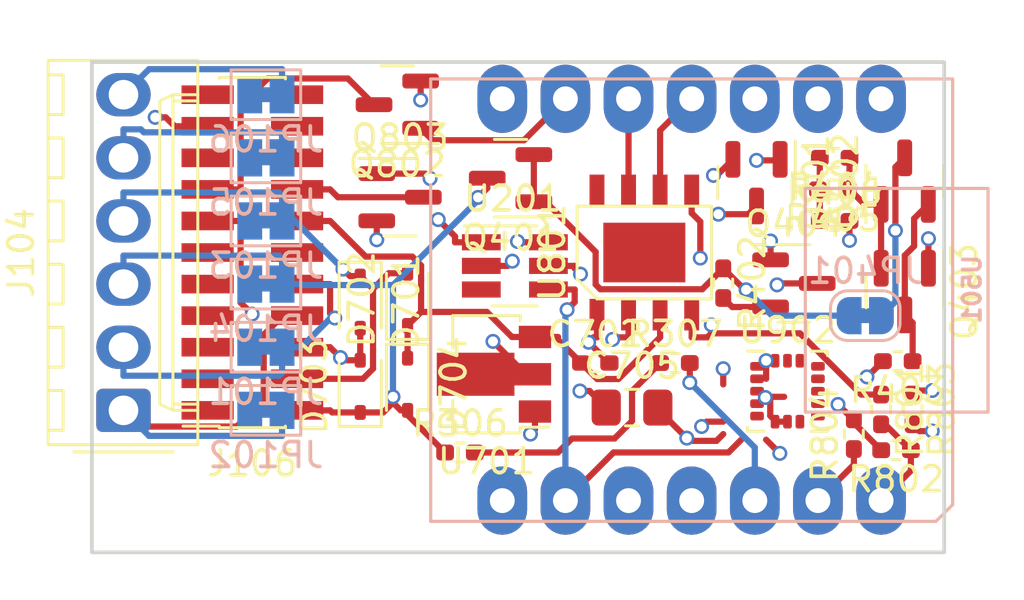
<source format=kicad_pcb>
(kicad_pcb (version 20231212) (generator "pcbnew") (generator_version "7.99")
  (title_block (date "mar. 31 mars 2015"))
  (layers (0 "F.Cu" signal) (1 "In1.Cu" mixed) (2 "In2.Cu" mixed) (31 "B.Cu" signal) (34 "B.Paste" user) (35 "F.Paste" user) (36 "B.SilkS" user "B.Silkscreen") (37 "F.SilkS" user "F.Silkscreen") (38 "B.Mask" user) (39 "F.Mask" user) (44 "Edge.Cuts" user))
  (net 0 "")
  (net 1 "/DCC0")
  (net 2 "GND")
  (net 3 "/DCC1")
  (net 4 "/Connectors 21mtc / PluXX / NEMA/AMP_AUX2")
  (net 5 "/Railcom-Feedback/RC_SIGNAL")
  (net 6 "/Railcom-Feedback/RC_FB_IN")
  (net 7 "/Connectors 21mtc / PluXX / NEMA/AMP_FUNC0")
  (net 8 "/Railcom-Feedback/RC_CURR")
  (net 9 "/Railcom-Feedback/RC_ON_OFF")
  (net 10 "/Connectors 21mtc / PluXX / NEMA/AMP_MOTOR0")
  (net 11 "/Connectors 21mtc / PluXX / NEMA/AMP_FUNC1")
  (net 13 "/Connectors 21mtc / PluXX / NEMA/AMP_AUX1")
  (net 16 "/Connectors 21mtc / PluXX / NEMA/AMP_MOTOR1")
  (net 18 "/Connectors 21mtc / PluXX / NEMA/AMP_AUX3")
  (net 22 "+5V")
  (net 24 "DCC_MM")
  (net 25 "RAILCOM_DATA")
  (net 26 "/MCU Carrier Board/MOTOR0")
  (net 27 "/MCU Carrier Board/MOTOR1")
  (net 28 "/Connectors 21mtc / PluXX / NEMA/FUNC1")
  (net 29 "/AUX1")
  (net 30 "/MCU Carrier Board/EMF_MOTOR1")
  (net 31 "/MCU Carrier Board/EMF_MOTOR0")
  (net 32 "/MCU Carrier Board/FUNC0")
  (net 34 "/MCU Carrier Board/FUNC1")
  (net 35 "/AUX4")
  (net 36 "/AUX5")
  (net 37 "+3V3")
  (net 44 "/Connectors 21mtc / PluXX / NEMA/AUX910_ZBDATA")
  (net 45 "/Audio Interfaces/SPEAKER0")
  (net 46 "/Connectors 21mtc / PluXX / NEMA/AUX89_ZBCLK")
  (net 48 "/AUX6")
  (net 49 "/AUX7")
  (net 50 "/AUX8")
  (net 51 "Net-(JP401-A)")
  (net 52 "/Audio Interfaces/I2C1")
  (net 53 "/Audio Interfaces/I2C0")
  (net 54 "/Audio Interfaces/SPEAKER1")
  (net 55 "Net-(R306-Pad2)")
  (net 56 "/Connectors 21mtc / PluXX / NEMA/+3V3")
  (net 57 "Net-(R404-Pad2)")
  (net 58 "/Connectors 21mtc / PluXX / NEMA/FUNC0")
  (net 59 "U+")
  (footprint "Package_TO_SOT_SMD:SOT-23" (layer "F.Cu") (at 153.66 76.1725 -90)
    (property "Reference" "Q403")
    (property "Value" "S8550")
  )
  (footprint "Diode_SMD:D_SOD-323" (layer "F.Cu") (at 133.655 79.9 -90)
    (property "Reference" "D704")
    (property "Value" "1N5819WS")
  )
  (footprint "Resistor_SMD:R_0402_1005Metric_Pad0.72x0.64mm_HandSolder" (layer "F.Cu") (at 135.763 82.6459)
    (property "Reference" "R306")
    (property "Value" "10k")
  )
  (footprint "Capacitor_SMD:C_0402_1005Metric_Pad0.74x0.62mm_HandSolder" (layer "F.Cu") (at 141.2075 79.045)
    (property "Reference" "C702")
    (property "Value" "1uF")
  )
  (footprint "Resistor_SMD:R_0402_1005Metric_Pad0.72x0.64mm_HandSolder" (layer "F.Cu") (at 150.8375 70.79 180)
    (property "Reference" "R404")
    (property "Value" "10R")
  )
  (footprint "Capacitor_SMD:C_0805_2012Metric_Pad1.18x1.45mm_HandSolder" (layer "F.Cu") (at 142.6853 80.8385)
    (property "Reference" "C705")
    (property "Value" "47uF")
  )
  (footprint "Resistor_SMD:R_0402_1005Metric_Pad0.72x0.64mm_HandSolder" (layer "F.Cu") (at 146.355 75.8325 -90)
    (property "Reference" "R402")
    (property "Value" "10k")
  )
  (footprint "Package_TO_SOT_SMD:SOT-23" (layer "F.Cu") (at 133.2432 68.6509 180)
    (property "Reference" "Q802")
    (property "Value" "2N7002")
  )
  (footprint "Diode_SMD:D_SOD-323" (layer "F.Cu") (at 131.75 76.5974 -90)
    (property "Reference" "D701")
    (property "Value" "1N5819WS")
  )
  (footprint "Resistor_SMD:R_0402_1005Metric_Pad0.72x0.64mm_HandSolder" (layer "F.Cu") (at 151.6111 81.9097 90)
    (property "Reference" "R804")
    (property "Value" "1K")
  )
  (footprint "Package_TO_SOT_SMD:SOT-89-3" (layer "F.Cu") (at 136.83 79.4979 180)
    (property "Reference" "U701")
    (property "Value" "HT7533-1")
  )
  (footprint "Package_TO_SOT_SMD:SOT-23" (layer "F.Cu") (at 153.655 71.7275 90)
    (property "Reference" "Q402")
    (property "Value" "S8550")
  )
  (footprint "Package_LGA:LGA-16_3x3mm_P0.5mm_LayoutBorder3x5y" (layer "F.Cu") (at 148.94 80.18)
    (property "Reference" "U902")
    (property "Value" "LIS3DH")
  )
  (footprint "Resistor_SMD:R_0402_1005Metric_Pad0.72x0.64mm_HandSolder" (layer "F.Cu") (at 150.7625 72.06 180)
    (property "Reference" "R405")
    (property "Value" "10R")
  )
  (footprint "Connector_Molex:Molex_KK-254_AE-6410-06A_1x06_P2.54mm_Vertical" (layer "F.Cu") (at 122.225 80.95 90)
    (property "Reference" "J104")
    (property "Value" "Conn_01x06")
  )
  (footprint "BDR6133:BDR6133" (layer "F.Cu") (at 143.18 74.6)
    (property "Reference" "U801")
    (property "Value" "BDR6133")
  )
  (footprint "Diode_SMD:D_SOD-323" (layer "F.Cu") (at 133.655 76.4844 90)
    (property "Reference" "D702")
    (property "Value" "1N5819WS")
  )
  (footprint "Resistor_SMD:R_0402_1005Metric_Pad0.72x0.64mm_HandSolder" (layer "F.Cu") (at 153.3775 78.97 180)
    (property "Reference" "R403")
    (property "Value" "10k")
  )
  (footprint "Package_TO_SOT_SMD:SOT-23" (layer "F.Cu") (at 149.1975 75.8424)
    (property "Reference" "Q404")
    (property "Value" "S8050")
  )
  (footprint "Package_TO_SOT_SMD:SOT-23" (layer "F.Cu") (at 147.6939 71.7895 -90)
    (property "Reference" "Q801")
    (property "Value" "2N7002")
  )
  (footprint "Connector_PinSocket_1.27mm:PinSocket_2x11_P1.27mm_Vertical_SMD" (layer "F.Cu") (at 127.41 74.6 180)
    (property "Reference" "J106")
    (property "Value" "21mtc_mrkl")
  )
  (footprint "Resistor_SMD:R_0402_1005Metric_Pad0.72x0.64mm_HandSolder" (layer "F.Cu") (at 153.3066 82.5523 180)
    (property "Reference" "R802")
    (property "Value" "1K")
  )
  (footprint "Package_TO_SOT_SMD:SOT-23" (layer "F.Cu") (at 137.7975 71.6092 180)
    (property "Reference" "Q401")
    (property "Value" "S8050")
  )
  (footprint "Resistor_SMD:R_0402_1005Metric_Pad0.72x0.64mm_HandSolder" (layer "F.Cu") (at 144.4125 79.045)
    (property "Reference" "R307")
    (property "Value" "10k")
  )
  (footprint "Resistor_SMD:R_0402_1005Metric_Pad0.72x0.64mm_HandSolder" (layer "F.Cu") (at 153.975 80.9125 -90)
    (property "Reference" "R803")
    (property "Value" "10k")
  )
  (footprint "Diode_SMD:D_SOD-323" (layer "F.Cu") (at 131.75 79.9838 90)
    (property "Reference" "D703")
    (property "Value" "1N5819WS")
  )
  (footprint "Package_TO_SOT_SMD:SOT-23-6_Handsoldering" (layer "F.Cu") (at 137.9715 75.138)
    (property "Reference" "U201")
    (property "Value" "MCP4725xxx-xCH")
  )
  (footprint "Resistor_SMD:R_0402_1005Metric_Pad0.72x0.64mm_HandSolder" (layer "F.Cu") (at 150.8375 73.33)
    (property "Reference" "R406")
    (property "Value" "10R")
  )
  (footprint "Package_TO_SOT_SMD:SOT-23" (layer "F.Cu") (at 133.3525 72.375)
    (property "Reference" "Q803")
    (property "Value" "2N7002")
  )
  (footprint "Resistor_SMD:R_0402_1005Metric_Pad0.72x0.64mm_HandSolder" (layer "F.Cu") (at 152.705 80.9125 -90)
    (property "Reference" "R801")
    (property "Value" "10k")
  )
  (footprint "xiao ESP32C3_PCB:MOUDLE14P-SMD-2.54-21X17.8MM" (layer "B.Cu") (at 134.585 85.4157 90)
    (property "Reference" "U501")
    (property "Value" "MOUDLE-SEEEDUINO-XIAO-ESP32C3")
  )
  (footprint "Jumper:SolderJumper-2_P1.3mm_Bridged_Pad1.0x1.5mm" (layer "B.Cu") (at 127.955 73.33)
    (property "Reference" "JP103")
    (property "Value" "SolderJumper_2_Bridged")
  )
  (footprint "Jumper:SolderJumper-2_P1.3mm_Bridged_Pad1.0x1.5mm" (layer "B.Cu") (at 127.955 70.79)
    (property "Reference" "JP105")
    (property "Value" "SolderJumper_2_Bridged")
  )
  (footprint "Jumper:SolderJumper-2_P1.3mm_Bridged_Pad1.0x1.5mm" (layer "B.Cu") (at 127.955 68.25)
    (property "Reference" "JP106")
    (property "Value" "SolderJumper_2_Bridged")
  )
  (footprint "Jumper:SolderJumper-2_P1.3mm_Bridged_RoundedPad1.0x1.5mm" (layer "B.Cu") (at 152.07 77.14 180)
    (property "Reference" "JP401")
    (property "Value" "J_EnableRailcom")
  )
  (footprint "Jumper:SolderJumper-2_P1.3mm_Bridged_Pad1.0x1.5mm" (layer "B.Cu") (at 127.955 75.87)
    (property "Reference" "JP104")
    (property "Value" "SolderJumper_2_Bridged")
  )
  (footprint "Jumper:SolderJumper-2_P1.3mm_Bridged_Pad1.0x1.5mm" (layer "B.Cu") (at 127.955 78.41)
    (property "Reference" "JP101")
    (property "Value" "SolderJumper_2_Bridged")
  )
  (footprint "Jumper:SolderJumper-2_P1.3mm_Bridged_Pad1.0x1.5mm" (layer "B.Cu") (at 127.955 80.95)
    (property "Reference" "JP102")
    (property "Value" "SolderJumper_2_Bridged")
  )
  (gr_rect (start 120.955 66.936395) (end 155.245 86.665) (stroke (width 0.15)) (fill none) (layer "Edge.Cuts"))
  (segment (start 148.5778 75.8424) (end 150.135 75.8424) (width 0.25) (layer "F.Cu") (net 1))
  (segment (start 132.2652 76.0626) (end 131.75 75.5474) (width 0.25) (layer "F.Cu") (net 1))
  (segment (start 132.8934 75.4344) (end 132.2652 76.0626) (width 0.25) (layer "F.Cu") (net 1))
  (segment (start 148.5196 75.9006) (end 148.5778 75.8424) (width 0.25) (layer "F.Cu") (net 1))
  (segment (start 132.2652 79.2745) (end 132.2652 76.0626) (width 0.25) (layer "F.Cu") (net 1))
  (segment (start 129.21 79.68) (end 131.8597 79.68) (width 0.25) (layer "F.Cu") (net 1))
  (segment (start 131.75 75.5474) (end 131.3358 75.5474) (width 0.25) (layer "F.Cu") (net 1))
  (segment (start 131.3358 75.5474) (end 131.0551 75.2667) (width 0.25) (layer "F.Cu") (net 1))
  (segment (start 133.655 75.4344) (end 132.8934 75.4344) (width 0.25) (layer "F.Cu") (net 1))
  (segment (start 131.8597 79.68) (end 132.2652 79.2745) (width 0.25) (layer "F.Cu") (net 1))
  (via (at 148.5196 75.9006) (size 0.6) (drill 0.4) (layers "F.Cu" "B.Cu") (net 1))
  (via (at 131.0551 75.2667) (size 0.6) (drill 0.4) (layers "F.Cu" "B.Cu") (net 1))
  (segment (start 128.605 72.8166) (end 128.605 72.3033) (width 0.25) (layer "B.Cu") (net 1))
  (segment (start 122.225 73.33) (end 122.225 72.1833) (width 0.25) (layer "B.Cu") (net 1))
  (segment (start 128.605 72.3033) (end 128.485 72.1833) (width 0.25) (layer "B.Cu") (net 1))
  (segment (start 128.605 73.33) (end 128.605 72.8166) (width 0.25) (layer "B.Cu") (net 1))
  (segment (start 128.605 72.8166) (end 131.0551 75.2667) (width 0.25) (layer "B.Cu") (net 1))
  (segment (start 128.485 72.1833) (end 122.225 72.1833) (width 0.25) (layer "B.Cu") (net 1))
  (segment (start 131.0606 78.9338) (end 130.9543 78.8275) (width 0.25) (layer "F.Cu") (net 2))
  (segment (start 143.7228 80.9017) (end 143.7228 80.8385) (width 0.25) (layer "F.Cu") (net 2))
  (segment (start 130.9542 78.8275) (end 130.9543 78.8275) (width 0.25) (layer "F.Cu") (net 2))
  (segment (start 129.21 78.41) (end 130.5367 78.41) (width 0.25) (layer "F.Cu") (net 2))
  (segment (start 141.1383 78.0117) (end 141.275 78.0117) (width 0.25) (layer "F.Cu") (net 2))
  (segment (start 148.4836 81.405) (end 148.805 81.405) (width 0.25) (layer "F.Cu") (net 2))
  (segment (start 130.5367 78.41) (end 130.9542 78.8275) (width 0.25) (layer "F.Cu") (net 2))
  (segment (start 150.9731 80.7115) (end 151.5738 81.3122) (width 0.25) (layer "F.Cu") (net 2))
  (segment (start 145.9607 71.4958) (end 146.1001 71.4958) (width 0.25) (layer "F.Cu") (net 2))
  (segment (start 144.9987 82.1776) (end 144.8883 82.0672) (width 0.25) (layer "F.Cu") (net 2))
  (segment (start 137.6782 75.138) (end 137.8685 74.9477) (width 0.25) (layer "F.Cu") (net 2))
  (segment (start 138.4131 79.4979) (end 138.6925 79.4979) (width 0.25) (layer "F.Cu") (net 2))
  (segment (start 151.6111 81.3122) (end 151.6111 81.4543) (width 0.25) (layer "F.Cu") (net 2))
  (segment (start 148.26 74.8924) (end 148.26 74.1364) (width 0.25) (layer "F.Cu") (net 2))
  (segment (start 146.1001 71.4958) (end 146.7439 70.852) (width 0.25) (layer "F.Cu") (net 2))
  (segment (start 140.94 78.21) (end 141.1383 78.0117) (width 0.25) (layer "F.Cu") (net 2))
  (segment (start 136.6215 75.138) (end 137.6782 75.138) (width 0.25) (layer "F.Cu") (net 2))
  (segment (start 131.75 78.9338) (end 131.0606 78.9338) (width 0.25) (layer "F.Cu") (net 2))
  (segment (start 146.0824 82.1776) (end 144.9987 82.1776) (width 0.25) (layer "F.Cu") (net 2))
  (segment (start 141.275 77.1) (end 141.275 78.0117) (width 0.25) (layer "F.Cu") (net 2))
  (segment (start 134.1807 68.4642) (end 134.1807 67.7009) (width 0.25) (layer "F.Cu") (net 2))
  (segment (start 144.8883 82.0672) (end 143.7228 80.9017) (width 0.25) (layer "F.Cu") (net 2))
  (segment (start 148.2465 80.432) (end 148.2465 81.1679) (width 0.25) (layer "F.Cu") (net 2))
  (segment (start 148.805 80.405) (end 148.2735 80.405) (width 0.25) (layer "F.Cu") (net 2))
  (segment (start 132.415 73.325) (end 132.415 74.0861) (width 0.25) (layer "F.Cu") (net 2))
  (segment (start 137.091 78.1758) (end 138.4131 79.4979) (width 0.25) (layer "F.Cu") (net 2))
  (segment (start 146.355 81.905) (end 146.0824 82.1776) (width 0.25) (layer "F.Cu") (net 2))
  (segment (start 148.049 80.432) (end 148.2465 80.432) (width 0.25) (layer "F.Cu") (net 2))
  (segment (start 140.94 78.21) (end 141.775 79.045) (width 0.25) (layer "F.Cu") (net 2))
  (segment (start 151.6111 81.4543) (end 152.7091 82.5523) (width 0.25) (layer "F.Cu") (net 2))
  (segment (start 151.5738 81.3122) (end 151.6111 81.3122) (width 0.25) (layer "F.Cu") (net 2))
  (segment (start 148.2735 80.405) (end 148.2465 80.432) (width 0.25) (layer "F.Cu") (net 2))
  (segment (start 148.2465 81.1679) (end 148.4836 81.405) (width 0.25) (layer "F.Cu") (net 2))
  (segment (start 131.75 78.9338) (end 131.75 77.6474) (width 0.25) (layer "F.Cu") (net 2))
  (via (at 144.8883 82.0672) (size 0.6) (drill 0.4) (layers "F.Cu" "B.Cu") (net 2))
  (via (at 132.415 74.0861) (size 0.6) (drill 0.4) (layers "F.Cu" "B.Cu") (net 2))
  (via (at 148.26 74.1364) (size 0.6) (drill 0.4) (layers "F.Cu" "B.Cu") (net 2))
  (via (at 150.9731 80.7115) (size 0.6) (drill 0.4) (layers "F.Cu" "B.Cu") (net 2))
  (via (at 134.1807 68.4642) (size 0.6) (drill 0.4) (layers "F.Cu" "B.Cu") (net 2))
  (via (at 130.9543 78.8275) (size 0.6) (drill 0.4) (layers "F.Cu" "B.Cu") (net 2))
  (via (at 137.8685 74.9477) (size 0.6) (drill 0.4) (layers "F.Cu" "B.Cu") (net 2))
  (via (at 145.9607 71.4958) (size 0.6) (drill 0.4) (layers "F.Cu" "B.Cu") (net 2))
  (via (at 137.091 78.1758) (size 0.6) (drill 0.4) (layers "F.Cu" "B.Cu") (net 2))
  (via (at 148.049 80.432) (size 0.6) (drill 0.4) (layers "F.Cu" "B.Cu") (net 2))
  (via (at 140.94 78.21) (size 0.6) (drill 0.4) (layers "F.Cu" "B.Cu") (net 2))
  (segment (start 133.0677 80.4045) (end 133.0677 80.6394) (width 0.25) (layer "F.Cu") (net 3))
  (segment (start 136.86 72.0118) (end 136.86 71.6092) (width 0.25) (layer "F.Cu") (net 3))
  (segment (start 130.5367 80.95) (end 130.6205 81.0338) (width 0.25) (layer "F.Cu") (net 3))
  (segment (start 133.3783 80.95) (end 133.655 80.95) (width 0.25) (layer "F.Cu") (net 3))
  (segment (start 136.4905 72.3813) (end 136.86 72.0118) (width 0.25) (layer "F.Cu") (net 3))
  (segment (start 133.655 81.1354) (end 133.655 80.95) (width 0.25) (layer "F.Cu") (net 3))
  (segment (start 133.0677 80.6394) (end 133.3783 80.95) (width 0.25) (layer "F.Cu") (net 3))
  (segment (start 133.0677 80.6394) (end 132.6733 81.0338) (width 0.25) (layer "F.Cu") (net 3))
  (segment (start 130.6205 81.0338) (end 131.75 81.0338) (width 0.25) (layer "F.Cu") (net 3))
  (segment (start 135.1655 82.6459) (end 133.655 81.1354) (width 0.25) (layer "F.Cu") (net 3))
  (segment (start 129.21 80.95) (end 130.5367 80.95) (width 0.25) (layer "F.Cu") (net 3))
  (segment (start 132.6733 81.0338) (end 131.75 81.0338) (width 0.25) (layer "F.Cu") (net 3))
  (via (at 136.4905 72.3813) (size 0.6) (drill 0.4) (layers "F.Cu" "B.Cu") (net 3))
  (via (at 133.0677 80.4045) (size 0.6) (drill 0.4) (layers "F.Cu" "B.Cu") (net 3))
  (segment (start 128.605 75.87) (end 128.605 74.8433) (width 0.25) (layer "B.Cu") (net 3))
  (segment (start 122.225 75.87) (end 122.225 74.7233) (width 0.25) (layer "B.Cu") (net 3))
  (segment (start 129.4198 75.9081) (end 129.3817 75.87) (width 0.25) (layer "B.Cu") (net 3))
  (segment (start 128.485 74.7233) (end 122.225 74.7233) (width 0.25) (layer "B.Cu") (net 3))
  (segment (start 133.0705 75.9081) (end 133.0677 75.9081) (width 0.25) (layer "B.Cu") (net 3))
  (segment (start 133.0677 75.9081) (end 129.4198 75.9081) (width 0.25) (layer "B.Cu") (net 3))
  (segment (start 136.4905 72.3813) (end 136.4905 72.4881) (width 0.25) (layer "B.Cu") (net 3))
  (segment (start 128.605 74.8433) (end 128.485 74.7233) (width 0.25) (layer "B.Cu") (net 3))
  (segment (start 133.0677 75.9081) (end 133.0677 80.4045) (width 0.25) (layer "B.Cu") (net 3))
  (segment (start 136.4905 72.4881) (end 133.0705 75.9081) (width 0.25) (layer "B.Cu") (net 3))
  (segment (start 128.605 75.87) (end 129.3817 75.87) (width 0.25) (layer "B.Cu") (net 3))
  (segment (start 139.2078 72.5592) (end 141.2214 74.5728) (width 0.25) (layer "F.Cu") (net 5))
  (segment (start 141.2214 75.8874) (end 141.4107 76.0767) (width 0.25) (layer "F.Cu") (net 5))
  (segment (start 145.5133 76.0767) (end 146.355 75.235) (width 0.25) (layer "F.Cu") (net 5))
  (segment (start 146.355 75.235) (end 147.2186 76.0986) (width 0.25) (layer "F.Cu") (net 5))
  (segment (start 138.735 72.5592) (end 138.735 70.6592) (width 0.25) (layer "F.Cu") (net 5))
  (segment (start 138.735 72.5592) (end 139.2078 72.5592) (width 0.25) (layer "F.Cu") (net 5))
  (segment (start 141.4107 76.0767) (end 145.5133 76.0767) (width 0.25) (layer "F.Cu") (net 5))
  (segment (start 147.2186 76.0986) (end 147.2748 76.0986) (width 0.25) (layer "F.Cu") (net 5))
  (segment (start 141.2214 74.5728) (end 141.2214 75.8874) (width 0.25) (layer "F.Cu") (net 5))
  (via (at 147.2748 76.0986) (size 0.6) (drill 0.4) (layers "F.Cu" "B.Cu") (net 5))
  (segment (start 148.3162 77.14) (end 147.2748 76.0986) (width 0.25) (layer "B.Cu") (net 5))
  (segment (start 151.42 77.14) (end 148.3162 77.14) (width 0.25) (layer "B.Cu") (net 5))
  (segment (start 153.975 77.425) (end 153.975 78.97) (width 0.25) (layer "F.Cu") (net 6))
  (segment (start 153.66 77.11) (end 153.975 77.425) (width 0.25) (layer "F.Cu") (net 6))
  (segment (start 154.0342 73.2358) (end 154.0342 74.3418) (width 0.25) (layer "F.Cu") (net 6))
  (segment (start 154.0342 74.3418) (end 153.66 74.716) (width 0.25) (layer "F.Cu") (net 6))
  (segment (start 153.66 74.716) (end 153.66 77.11) (width 0.25) (layer "F.Cu") (net 6))
  (segment (start 154.605 72.665) (end 154.0342 73.2358) (width 0.25) (layer "F.Cu") (net 6))
  (segment (start 125.61 73.33) (end 126.9367 73.33) (width 0.25) (layer "F.Cu") (net 7))
  (segment (start 146.1577 73.0579) (end 147.363 73.0579) (width 0.25) (layer "F.Cu") (net 7))
  (segment (start 147.363 73.0579) (end 147.6939 72.727) (width 0.25) (layer "F.Cu") (net 7))
  (segment (start 126.9367 73.33) (end 126.9367 76.6141) (width 0.25) (layer "F.Cu") (net 7))
  (segment (start 126.9367 76.6141) (end 127.4016 77.079) (width 0.25) (layer "F.Cu") (net 7))
  (via (at 146.1577 73.0579) (size 0.6) (drill 0.4) (layers "F.Cu" "B.Cu") (net 7))
  (via (at 127.4016 77.079) (size 0.6) (drill 0.4) (layers "F.Cu" "B.Cu") (net 7))
  (segment (start 152.04 72.665) (end 151.435 72.06) (width 0.25) (layer "F.Cu") (net 8))
  (segment (start 152.705 75.23) (end 152.71 75.235) (width 0.25) (layer "F.Cu") (net 8))
  (segment (start 151.435 72.06) (end 151.435 70.79) (width 0.25) (layer "F.Cu") (net 8))
  (segment (start 152.705 72.665) (end 152.705 75.23) (width 0.25) (layer "F.Cu") (net 8))
  (segment (start 151.435 72.06) (end 151.36 72.06) (width 0.25) (layer "F.Cu") (net 8))
  (segment (start 152.705 72.665) (end 152.04 72.665) (width 0.25) (layer "F.Cu") (net 8))
  (segment (start 146.7174 76.7924) (end 146.355 76.43) (width 0.25) (layer "F.Cu") (net 9))
  (segment (start 148.26 76.7924) (end 146.7174 76.7924) (width 0.25) (layer "F.Cu") (net 9))
  (segment (start 145.8754 77.8512) (end 149.4431 77.8512) (width 0.25) (layer "F.Cu") (net 10))
  (segment (start 145.7149 78.0117) (end 145.8754 77.8512) (width 0.25) (layer "F.Cu") (net 10))
  (segment (start 145.8754 77.8512) (end 145.8754 77.5131) (width 0.25) (layer "F.Cu") (net 10))
  (segment (start 151.9069 80.315) (end 152.705 80.315) (width 0.25) (layer "F.Cu") (net 10))
  (segment (start 145.085 78.0117) (end 145.7149 78.0117) (width 0.25) (layer "F.Cu") (net 10))
  (segment (start 149.4431 77.8512) (end 151.9069 80.315) (width 0.25) (layer "F.Cu") (net 10))
  (segment (start 130.5367 77.0464) (end 130.5367 75.87) (width 0.25) (layer "F.Cu") (net 10))
  (segment (start 145.085 77.1) (end 145.085 78.0117) (width 0.25) (layer "F.Cu") (net 10))
  (segment (start 130.7248 77.2345) (end 130.5367 77.0464) (width 0.25) (layer "F.Cu") (net 10))
  (segment (start 129.21 75.87) (end 130.5367 75.87) (width 0.25) (layer "F.Cu") (net 10))
  (via (at 145.8754 77.5131) (size 0.6) (drill 0.4) (layers "F.Cu" "B.Cu") (net 10))
  (via (at 130.7248 77.2345) (size 0.6) (drill 0.4) (layers "F.Cu" "B.Cu") (net 10))
  (segment (start 128.605 78.41) (end 129.3817 78.41) (width 0.25) (layer "B.Cu") (net 10))
  (segment (start 130.5572 77.2345) (end 130.7248 77.2345) (width 0.25) (layer "B.Cu") (net 10))
  (segment (start 122.225 78.41) (end 122.225 79.5567) (width 0.25) (layer "B.Cu") (net 10))
  (segment (start 128.605 79.4367) (end 128.485 79.5567) (width 0.25) (layer "B.Cu") (net 10))
  (segment (start 128.605 78.41) (end 128.605 79.4367) (width 0.25) (layer "B.Cu") (net 10))
  (segment (start 128.485 79.5567) (end 122.225 79.5567) (width 0.25) (layer "B.Cu") (net 10))
  (segment (start 129.3817 78.41) (end 130.5572 77.2345) (width 0.25) (layer "B.Cu") (net 10))
  (segment (start 125.61 72.06) (end 126.9367 72.06) (width 0.25) (layer "F.Cu") (net 11))
  (segment (start 128.0286 67.5983) (end 131.2531 67.5983) (width 0.25) (layer "F.Cu") (net 11))
  (segment (start 131.2531 67.5983) (end 132.3057 68.6509) (width 0.25) (layer "F.Cu") (net 11))
  (segment (start 126.9367 68.6902) (end 128.0286 67.5983) (width 0.25) (layer "F.Cu") (net 11))
  (segment (start 126.9367 72.06) (end 126.9367 68.6902) (width 0.25) (layer "F.Cu") (net 11))
  (segment (start 130.5367 72.06) (end 130.8517 72.375) (width 0.25) (layer "F.Cu") (net 13))
  (segment (start 130.8517 72.375) (end 134.29 72.375) (width 0.25) (layer "F.Cu") (net 13))
  (segment (start 129.21 72.06) (end 130.5367 72.06) (width 0.25) (layer "F.Cu") (net 13))
  (segment (start 145.4322 74.8238) (end 145.4322 73.3589) (width 0.25) (layer "F.Cu") (net 16))
  (segment (start 127.8671 77.9071) (end 127.8671 80.5131) (width 0.25) (layer "F.Cu") (net 16))
  (segment (start 128.6342 77.14) (end 127.8671 77.9071) (width 0.25) (layer "F.Cu") (net 16))
  (segment (start 145.085 72.1) (end 145.085 73.0117) (width 0.25) (layer "F.Cu") (net 16))
  (segment (start 154.1375 80.1525) (end 153.975 80.315) (width 0.25) (layer "F.Cu") (net 16))
  (segment (start 154.7653 80.1525) (end 154.1375 80.1525) (width 0.25) (layer "F.Cu") (net 16))
  (segment (start 129.21 77.14) (end 128.6342 77.14) (width 0.25) (layer "F.Cu") (net 16))
  (segment (start 145.4322 73.3589) (end 145.085 73.0117) (width 0.25) (layer "F.Cu") (net 16))
  (segment (start 127.8671 80.5131) (end 126.7785 81.6017) (width 0.25) (layer "F.Cu") (net 16))
  (segment (start 122.8767 81.6017) (end 122.225 80.95) (width 0.25) (layer "F.Cu") (net 16))
  (segment (start 126.7785 81.6017) (end 122.8767 81.6017) (width 0.25) (layer "F.Cu") (net 16))
  (via (at 145.4322 74.8238) (size 0.6) (drill 0.4) (layers "F.Cu" "B.Cu") (net 16))
  (via (at 154.7653 80.1525) (size 0.6) (drill 0.4) (layers "F.Cu" "B.Cu") (net 16))
  (segment (start 123.2517 81.9767) (end 122.225 80.95) (width 0.25) (layer "B.Cu") (net 16))
  (segment (start 128.605 80.95) (end 128.605 81.9767) (width 0.25) (layer "B.Cu") (net 16))
  (segment (start 128.605 81.9767) (end 123.2517 81.9767) (width 0.25) (layer "B.Cu") (net 16))
  (segment (start 145.01 79.8309) (end 145.01 79.045) (width 0.25) (layer "F.Cu") (net 24))
  (via (at 145.01 79.8309) (size 0.6) (drill 0.4) (layers "F.Cu" "B.Cu") (net 24))
  (segment (start 147.625 82.4459) (end 145.01 79.8309) (width 0.25) (layer "B.Cu") (net 24))
  (segment (start 147.625 84.5807) (end 147.625 82.4459) (width 0.25) (layer "B.Cu") (net 24))
  (segment (start 152.1359 79.6025) (end 152.1475 79.6025) (width 0.25) (layer "F.Cu") (net 25))
  (segment (start 152.1475 79.6025) (end 152.78 78.97) (width 0.25) (layer "F.Cu") (net 25))
  (via (at 152.1359 79.6025) (size 0.6) (drill 0.4) (layers "F.Cu" "B.Cu") (net 25))
  (segment (start 143.815 69.6857) (end 143.815 72.1) (width 0.25) (layer "F.Cu") (net 26))
  (segment (start 145.085 68.4157) (end 143.815 69.6857) (width 0.25) (layer "F.Cu") (net 26))
  (segment (start 142.545 68.4157) (end 142.545 72.1) (width 0.25) (layer "F.Cu") (net 27))
  (segment (start 122.225 69.6433) (end 122.925 69.6433) (width 0.25) (layer "B.Cu") (net 28))
  (segment (start 128.605 70.79) (end 128.605 69.7633) (width 0.25) (layer "B.Cu") (net 28))
  (segment (start 122.925 69.6433) (end 123.045 69.7633) (width 0.25) (layer "B.Cu") (net 28))
  (segment (start 122.225 70.79) (end 122.225 69.6433) (width 0.25) (layer "B.Cu") (net 28))
  (segment (start 123.045 69.7633) (end 128.605 69.7633) (width 0.25) (layer "B.Cu") (net 28))
  (segment (start 132.415 71.425) (end 134.3628 71.425) (width 0.25) (layer "F.Cu") (net 29))
  (segment (start 134.3628 71.425) (end 134.5597 71.6219) (width 0.25) (layer "F.Cu") (net 29))
  (via (at 134.5597 71.6219) (size 0.6) (drill 0.4) (layers "F.Cu" "B.Cu") (net 29))
  (segment (start 154.2507 81.7857) (end 153.975 81.51) (width 0.25) (layer "F.Cu") (net 30))
  (segment (start 151.6111 83.1346) (end 151.6111 82.5072) (width 0.25) (layer "F.Cu") (net 30))
  (segment (start 150.165 84.5807) (end 151.6111 83.1346) (width 0.25) (layer "F.Cu") (net 30))
  (segment (start 154.7653 81.7857) (end 154.2507 81.7857) (width 0.25) (layer "F.Cu") (net 30))
  (via (at 154.7653 81.7857) (size 0.6) (drill 0.4) (layers "F.Cu" "B.Cu") (net 30))
  (segment (start 153.9041 83.3816) (end 153.9041 82.5523) (width 0.25) (layer "F.Cu") (net 31))
  (segment (start 152.8618 81.51) (end 152.705 81.51) (width 0.25) (layer "F.Cu") (net 31))
  (segment (start 153.9041 82.5523) (end 152.8618 81.51) (width 0.25) (layer "F.Cu") (net 31))
  (segment (start 152.705 84.5807) (end 153.9041 83.3816) (width 0.25) (layer "F.Cu") (net 31))
  (segment (start 148.6042 70.8917) (end 148.6439 70.852) (width 0.25) (layer "F.Cu") (net 32))
  (segment (start 147.6939 70.8917) (end 148.6042 70.8917) (width 0.25) (layer "F.Cu") (net 32))
  (via (at 147.6939 70.8917) (size 0.6) (drill 0.4) (layers "F.Cu" "B.Cu") (net 32))
  (segment (start 140.005 68.4157) (end 138.3388 70.0819) (width 0.25) (layer "F.Cu") (net 34))
  (segment (start 134.6617 70.0819) (end 134.1807 69.6009) (width 0.25) (layer "F.Cu") (net 34))
  (segment (start 138.3388 70.0819) (end 134.6617 70.0819) (width 0.25) (layer "F.Cu") (net 34))
  (segment (start 148.6305 82.6805) (end 148.08 82.13) (width 0.25) (layer "F.Cu") (net 37))
  (segment (start 141.9902 78.0117) (end 141.9089 78.093) (width 0.25) (layer "F.Cu") (net 37))
  (segment (start 138.0767 74.1535) (end 138.2303 74.1535) (width 0.25) (layer "F.Cu") (net 37))
  (segment (start 141.6478 80.8385) (end 140.9795 80.1702) (width 0.25) (layer "F.Cu") (net 37))
  (segment (start 138.78 81.7246) (end 138.5986 81.906) (width 0.25) (layer "F.Cu") (net 37))
  (segment (start 142.545 77.1) (end 142.545 78.0117) (width 0.25) (layer "F.Cu") (net 37))
  (segment (start 138.2303 74.1535) (end 138.2648 74.188) (width 0.25) (layer "F.Cu") (net 37))
  (segment (start 140.9795 80.1702) (end 140.5893 80.1702) (width 0.25) (layer "F.Cu") (net 37))
  (segment (start 151.435 74.111) (end 151.435 73.33) (width 0.25) (layer "F.Cu") (net 37))
  (segment (start 139.3215 74.188) (end 138.2648 74.188) (width 0.25) (layer "F.Cu") (net 37))
  (segment (start 138.78 80.9979) (end 138.78 81.7246) (width 0.25) (layer "F.Cu") (net 37))
  (segment (start 154.61 75.235) (end 154.61 74.0454) (width 0.25) (layer "F.Cu") (net 37))
  (segment (start 154.61 74.0454) (end 154.611 74.0444) (width 0.25) (layer "F.Cu") (net 37))
  (segment (start 142.545 78.0117) (end 141.9902 78.0117) (width 0.25) (layer "F.Cu") (net 37))
  (segment (start 146.355 79.2748) (end 146.355 79.905) (width 0.25) (layer "F.Cu") (net 37))
  (segment (start 148.08 79.68) (end 148.08 78.9506) (width 0.25) (layer "F.Cu") (net 37))
  (via (at 138.0767 74.1535) (size 0.6) (drill 0.4) (layers "F.Cu" "B.Cu") (net 37))
  (via (at 138.5986 81.906) (size 0.6) (drill 0.4) (layers "F.Cu" "B.Cu") (net 37))
  (via (at 151.435 74.111) (size 0.6) (drill 0.4) (layers "F.Cu" "B.Cu") (net 37))
  (via (at 148.6305 82.6805) (size 0.6) (drill 0.4) (layers "F.Cu" "B.Cu") (net 37))
  (via (at 146.355 79.2748) (size 0.6) (drill 0.4) (layers "F.Cu" "B.Cu") (net 37))
  (via (at 141.9089 78.093) (size 0.6) (drill 0.4) (layers "F.Cu" "B.Cu") (net 37))
  (via (at 140.5893 80.1702) (size 0.6) (drill 0.4) (layers "F.Cu" "B.Cu") (net 37))
  (via (at 148.08 78.9506) (size 0.6) (drill 0.4) (layers "F.Cu" "B.Cu") (net 37))
  (via (at 154.611 74.0444) (size 0.6) (drill 0.4) (layers "F.Cu" "B.Cu") (net 37))
  (segment (start 153.655 70.79) (end 153.2823 71.1627) (width 0.25) (layer "F.Cu") (net 51))
  (segment (start 153.2823 71.1627) (end 153.2823 73.7167) (width 0.25) (layer "F.Cu") (net 51))
  (via (at 153.2823 73.7167) (size 0.6) (drill 0.4) (layers "F.Cu" "B.Cu") (net 51))
  (segment (start 153.2823 76.5777) (end 153.2823 73.7167) (width 0.25) (layer "B.Cu") (net 51))
  (segment (start 152.72 77.14) (end 153.2823 76.5777) (width 0.25) (layer "B.Cu") (net 51))
  (segment (start 140.3782 76.5959) (end 140.3782 76.088) (width 0.25) (layer "F.Cu") (net 52))
  (segment (start 140.005 84.5807) (end 141.9418 82.6439) (width 0.25) (layer "F.Cu") (net 52))
  (segment (start 140.0736 76.9005) (end 140.3782 76.5959) (width 0.25) (layer "F.Cu") (net 52))
  (segment (start 139.3215 76.088) (end 140.3782 76.088) (width 0.25) (layer "F.Cu") (net 52))
  (segment (start 141.9418 82.6439) (end 146.5661 82.6439) (width 0.25) (layer "F.Cu") (net 52))
  (segment (start 146.5661 82.6439) (end 147.08 82.13) (width 0.25) (layer "F.Cu") (net 52))
  (via (at 140.0736 76.9005) (size 0.6) (drill 0.4) (layers "F.Cu" "B.Cu") (net 52))
  (segment (start 140.005 76.9691) (end 140.0736 76.9005) (width 0.25) (layer "B.Cu") (net 52))
  (segment (start 140.005 84.5807) (end 140.005 76.9691) (width 0.25) (layer "B.Cu") (net 52))
  (segment (start 140.3782 75.2369) (end 140.6116 75.4703) (width 0.25) (layer "F.Cu") (net 53))
  (segment (start 139.3215 75.138) (end 140.3782 75.138) (width 0.25) (layer "F.Cu") (net 53))
  (segment (start 145.6796 81.405) (end 145.4853 81.5993) (width 0.25) (layer "F.Cu") (net 53))
  (segment (start 146.355 81.405) (end 145.6796 81.405) (width 0.25) (layer "F.Cu") (net 53))
  (segment (start 140.3782 75.138) (end 140.3782 75.2369) (width 0.25) (layer "F.Cu") (net 53))
  (via (at 145.4853 81.5993) (size 0.6) (drill 0.4) (layers "F.Cu" "B.Cu") (net 53))
  (via (at 140.6116 75.4703) (size 0.6) (drill 0.4) (layers "F.Cu" "B.Cu") (net 53))
  (segment (start 135.5648 74.188) (end 135.5648 73.9524) (width 0.25) (layer "F.Cu") (net 54))
  (segment (start 136.6215 74.188) (end 135.5648 74.188) (width 0.25) (layer "F.Cu") (net 54))
  (segment (start 123.9251 69.1618) (end 123.502 69.1618) (width 0.25) (layer "F.Cu") (net 54))
  (segment (start 124.2833 69.52) (end 123.9251 69.1618) (width 0.25) (layer "F.Cu") (net 54))
  (segment (start 125.61 69.52) (end 124.2833 69.52) (width 0.25) (layer "F.Cu") (net 54))
  (segment (start 135.5648 73.9524) (end 134.8877 73.2753) (width 0.25) (layer "F.Cu") (net 54))
  (via (at 123.502 69.1618) (size 0.6) (drill 0.4) (layers "F.Cu" "B.Cu") (net 54))
  (via (at 134.8877 73.2753) (size 0.6) (drill 0.4) (layers "F.Cu" "B.Cu") (net 54))
  (segment (start 143.815 79.045) (end 142.6853 80.1747) (width 0.25) (layer "F.Cu") (net 55))
  (segment (start 142.6853 81.3791) (end 141.982 82.0824) (width 0.25) (layer "F.Cu") (net 55))
  (segment (start 142.6853 80.1747) (end 142.6853 81.3791) (width 0.25) (layer "F.Cu") (net 55))
  (segment (start 141.982 82.0824) (end 140.2688 82.0824) (width 0.25) (layer "F.Cu") (net 55))
  (segment (start 140.2688 82.0824) (end 139.7053 82.6459) (width 0.25) (layer "F.Cu") (net 55))
  (segment (start 139.7053 82.6459) (end 136.3605 82.6459) (width 0.25) (layer "F.Cu") (net 55))
  (segment (start 150.24 71.985) (end 150.24 70.79) (width 0.25) (layer "F.Cu") (net 57))
  (segment (start 150.165 72.06) (end 150.24 71.985) (width 0.25) (layer "F.Cu") (net 57))
  (segment (start 150.165 72.06) (end 150.24 72.135) (width 0.25) (layer "F.Cu") (net 57))
  (segment (start 150.24 72.135) (end 150.24 73.33) (width 0.25) (layer "F.Cu") (net 57))
  (segment (start 128.605 67.2233) (end 123.2517 67.2233) (width 0.25) (layer "B.Cu") (net 58))
  (segment (start 128.605 68.25) (end 128.605 67.2233) (width 0.25) (layer "B.Cu") (net 58))
  (segment (start 123.2517 67.2233) (end 122.225 68.25) (width 0.25) (layer "B.Cu") (net 58))
  (segment (start 133.8424 74.7632) (end 131.9699 74.7632) (width 0.25) (layer "F.Cu") (net 59))
  (segment (start 142.1378 79.6889) (end 141.2839 79.6889) (width 0.25) (layer "F.Cu") (net 59))
  (segment (start 143.815 77.1) (end 143.815 78.0117) (width 0.25) (layer "F.Cu") (net 59))
  (segment (start 138.78 77.9979) (end 139.7067 77.9979) (width 0.25) (layer "F.Cu") (net 59))
  (segment (start 133.655 77.5344) (end 133.655 78.85) (width 0.25) (layer "F.Cu") (net 59))
  (segment (start 140.64 79.045) (end 139.7067 78.1117) (width 0.25) (layer "F.Cu") (net 59))
  (segment (start 134.1986 76.9908) (end 136.8462 76.9908) (width 0.25) (layer "F.Cu") (net 59))
  (segment (start 134.1986 76.9908) (end 133.655 77.5344) (width 0.25) (layer "F.Cu") (net 59))
  (segment (start 139.7067 78.1117) (end 139.7067 77.9979) (width 0.25) (layer "F.Cu") (net 59))
  (segment (start 141.2839 79.6889) (end 140.64 79.045) (width 0.25) (layer "F.Cu") (net 59))
  (segment (start 129.21 73.33) (end 130.5367 73.33) (width 0.25) (layer "F.Cu") (net 59))
  (segment (start 134.1986 75.1194) (end 133.8424 74.7632) (width 0.25) (layer "F.Cu") (net 59))
  (segment (start 136.8462 76.9908) (end 137.8533 77.9979) (width 0.25) (layer "F.Cu") (net 59))
  (segment (start 138.78 77.9979) (end 137.8533 77.9979) (width 0.25) (layer "F.Cu") (net 59))
  (segment (start 134.1986 76.9908) (end 134.1986 75.1194) (width 0.25) (layer "F.Cu") (net 59))
  (segment (start 131.9699 74.7632) (end 130.5367 73.33) (width 0.25) (layer "F.Cu") (net 59))
  (segment (start 143.815 78.0117) (end 142.1378 79.6889) (width 0.25) (layer "F.Cu") (net 59))
)
</source>
